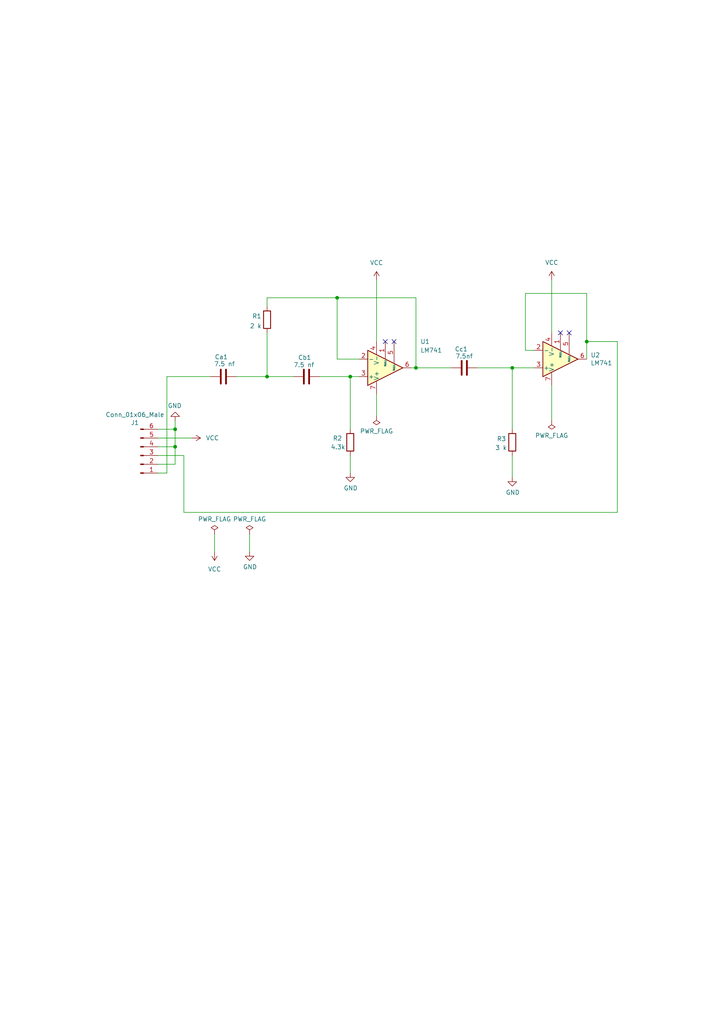
<source format=kicad_sch>
(kicad_sch (version 20230121) (generator eeschema)

  (uuid bba4d1de-f8ea-4939-be14-6a12bb9ea8b6)

  (paper "A4" portrait)

  (title_block
    (title "Активный фильтр Бесселя 3-го порядка НЧ ")
    (date "2022-11-25")
    (company "Каф.КиПРА,гр.21ПК2")
    (comment 1 "ПГУ1.XXX XXX.006 Э3")
    (comment 2 "Дьяков Д.А")
    (comment 3 "Кочегаров И.И.")
  )

  (lib_symbols
    (symbol "Amplifier_Operational:LM741" (pin_names (offset 0.127)) (in_bom yes) (on_board yes)
      (property "Reference" "U" (at 0 6.35 0)
        (effects (font (size 1.27 1.27)) (justify left))
      )
      (property "Value" "LM741" (at 0 3.81 0)
        (effects (font (size 1.27 1.27)) (justify left))
      )
      (property "Footprint" "" (at 1.27 1.27 0)
        (effects (font (size 1.27 1.27)) hide)
      )
      (property "Datasheet" "http://www.ti.com/lit/ds/symlink/lm741.pdf" (at 3.81 3.81 0)
        (effects (font (size 1.27 1.27)) hide)
      )
      (property "ki_keywords" "single opamp" (at 0 0 0)
        (effects (font (size 1.27 1.27)) hide)
      )
      (property "ki_description" "Operational Amplifier, DIP-8/TO-99-8" (at 0 0 0)
        (effects (font (size 1.27 1.27)) hide)
      )
      (property "ki_fp_filters" "SOIC*3.9x4.9mm*P1.27mm* DIP*W7.62mm* TSSOP*3x3mm*P0.65mm*" (at 0 0 0)
        (effects (font (size 1.27 1.27)) hide)
      )
      (symbol "LM741_0_1"
        (polyline
          (pts
            (xy -5.08 5.08)
            (xy 5.08 0)
            (xy -5.08 -5.08)
            (xy -5.08 5.08)
          )
          (stroke (width 0.254) (type default))
          (fill (type background))
        )
      )
      (symbol "LM741_1_1"
        (pin input line (at 0 -7.62 90) (length 5.08)
          (name "NULL" (effects (font (size 0.508 0.508))))
          (number "1" (effects (font (size 1.27 1.27))))
        )
        (pin input line (at -7.62 -2.54 0) (length 2.54)
          (name "-" (effects (font (size 1.27 1.27))))
          (number "2" (effects (font (size 1.27 1.27))))
        )
        (pin input line (at -7.62 2.54 0) (length 2.54)
          (name "+" (effects (font (size 1.27 1.27))))
          (number "3" (effects (font (size 1.27 1.27))))
        )
        (pin power_in line (at -2.54 -7.62 90) (length 3.81)
          (name "V-" (effects (font (size 1.27 1.27))))
          (number "4" (effects (font (size 1.27 1.27))))
        )
        (pin input line (at 2.54 -7.62 90) (length 6.35)
          (name "NULL" (effects (font (size 0.508 0.508))))
          (number "5" (effects (font (size 1.27 1.27))))
        )
        (pin output line (at 7.62 0 180) (length 2.54)
          (name "~" (effects (font (size 1.27 1.27))))
          (number "6" (effects (font (size 1.27 1.27))))
        )
        (pin power_in line (at -2.54 7.62 270) (length 3.81)
          (name "V+" (effects (font (size 1.27 1.27))))
          (number "7" (effects (font (size 1.27 1.27))))
        )
        (pin no_connect line (at 0 2.54 270) (length 2.54) hide
          (name "NC" (effects (font (size 1.27 1.27))))
          (number "8" (effects (font (size 1.27 1.27))))
        )
      )
    )
    (symbol "Device:C" (pin_numbers hide) (pin_names (offset 0.254)) (in_bom yes) (on_board yes)
      (property "Reference" "C" (at 0.635 2.54 0)
        (effects (font (size 1.27 1.27)) (justify left))
      )
      (property "Value" "C" (at 0.635 -2.54 0)
        (effects (font (size 1.27 1.27)) (justify left))
      )
      (property "Footprint" "" (at 0.9652 -3.81 0)
        (effects (font (size 1.27 1.27)) hide)
      )
      (property "Datasheet" "~" (at 0 0 0)
        (effects (font (size 1.27 1.27)) hide)
      )
      (property "ki_keywords" "cap capacitor" (at 0 0 0)
        (effects (font (size 1.27 1.27)) hide)
      )
      (property "ki_description" "Unpolarized capacitor" (at 0 0 0)
        (effects (font (size 1.27 1.27)) hide)
      )
      (property "ki_fp_filters" "C_*" (at 0 0 0)
        (effects (font (size 1.27 1.27)) hide)
      )
      (symbol "C_0_1"
        (polyline
          (pts
            (xy -2.032 -0.762)
            (xy 2.032 -0.762)
          )
          (stroke (width 0.508) (type default))
          (fill (type none))
        )
        (polyline
          (pts
            (xy -2.032 0.762)
            (xy 2.032 0.762)
          )
          (stroke (width 0.508) (type default))
          (fill (type none))
        )
      )
      (symbol "C_1_1"
        (pin passive line (at 0 3.81 270) (length 2.794)
          (name "~" (effects (font (size 1.27 1.27))))
          (number "1" (effects (font (size 1.27 1.27))))
        )
        (pin passive line (at 0 -3.81 90) (length 2.794)
          (name "~" (effects (font (size 1.27 1.27))))
          (number "2" (effects (font (size 1.27 1.27))))
        )
      )
    )
    (symbol "Device:R" (pin_numbers hide) (pin_names (offset 0)) (in_bom yes) (on_board yes)
      (property "Reference" "R" (at 2.032 0 90)
        (effects (font (size 1.27 1.27)))
      )
      (property "Value" "R" (at 0 0 90)
        (effects (font (size 1.27 1.27)))
      )
      (property "Footprint" "" (at -1.778 0 90)
        (effects (font (size 1.27 1.27)) hide)
      )
      (property "Datasheet" "~" (at 0 0 0)
        (effects (font (size 1.27 1.27)) hide)
      )
      (property "ki_keywords" "R res resistor" (at 0 0 0)
        (effects (font (size 1.27 1.27)) hide)
      )
      (property "ki_description" "Resistor" (at 0 0 0)
        (effects (font (size 1.27 1.27)) hide)
      )
      (property "ki_fp_filters" "R_*" (at 0 0 0)
        (effects (font (size 1.27 1.27)) hide)
      )
      (symbol "R_0_1"
        (rectangle (start -1.016 -2.54) (end 1.016 2.54)
          (stroke (width 0.254) (type default))
          (fill (type none))
        )
      )
      (symbol "R_1_1"
        (pin passive line (at 0 3.81 270) (length 1.27)
          (name "~" (effects (font (size 1.27 1.27))))
          (number "1" (effects (font (size 1.27 1.27))))
        )
        (pin passive line (at 0 -3.81 90) (length 1.27)
          (name "~" (effects (font (size 1.27 1.27))))
          (number "2" (effects (font (size 1.27 1.27))))
        )
      )
    )
    (symbol "power:GND" (power) (pin_names (offset 0)) (in_bom yes) (on_board yes)
      (property "Reference" "#PWR" (at 0 -6.35 0)
        (effects (font (size 1.27 1.27)) hide)
      )
      (property "Value" "GND" (at 0 -3.81 0)
        (effects (font (size 1.27 1.27)))
      )
      (property "Footprint" "" (at 0 0 0)
        (effects (font (size 1.27 1.27)) hide)
      )
      (property "Datasheet" "" (at 0 0 0)
        (effects (font (size 1.27 1.27)) hide)
      )
      (property "ki_keywords" "global power" (at 0 0 0)
        (effects (font (size 1.27 1.27)) hide)
      )
      (property "ki_description" "Power symbol creates a global label with name \"GND\" , ground" (at 0 0 0)
        (effects (font (size 1.27 1.27)) hide)
      )
      (symbol "GND_0_1"
        (polyline
          (pts
            (xy 0 0)
            (xy 0 -1.27)
            (xy 1.27 -1.27)
            (xy 0 -2.54)
            (xy -1.27 -1.27)
            (xy 0 -1.27)
          )
          (stroke (width 0) (type default))
          (fill (type none))
        )
      )
      (symbol "GND_1_1"
        (pin power_in line (at 0 0 270) (length 0) hide
          (name "GND" (effects (font (size 1.27 1.27))))
          (number "1" (effects (font (size 1.27 1.27))))
        )
      )
    )
    (symbol "power:PWR_FLAG" (power) (pin_numbers hide) (pin_names (offset 0) hide) (in_bom yes) (on_board yes)
      (property "Reference" "#FLG" (at 0 1.905 0)
        (effects (font (size 1.27 1.27)) hide)
      )
      (property "Value" "PWR_FLAG" (at 0 3.81 0)
        (effects (font (size 1.27 1.27)))
      )
      (property "Footprint" "" (at 0 0 0)
        (effects (font (size 1.27 1.27)) hide)
      )
      (property "Datasheet" "~" (at 0 0 0)
        (effects (font (size 1.27 1.27)) hide)
      )
      (property "ki_keywords" "flag power" (at 0 0 0)
        (effects (font (size 1.27 1.27)) hide)
      )
      (property "ki_description" "Special symbol for telling ERC where power comes from" (at 0 0 0)
        (effects (font (size 1.27 1.27)) hide)
      )
      (symbol "PWR_FLAG_0_0"
        (pin power_out line (at 0 0 90) (length 0)
          (name "pwr" (effects (font (size 1.27 1.27))))
          (number "1" (effects (font (size 1.27 1.27))))
        )
      )
      (symbol "PWR_FLAG_0_1"
        (polyline
          (pts
            (xy 0 0)
            (xy 0 1.27)
            (xy -1.016 1.905)
            (xy 0 2.54)
            (xy 1.016 1.905)
            (xy 0 1.27)
          )
          (stroke (width 0) (type default))
          (fill (type none))
        )
      )
    )
    (symbol "power:VCC" (power) (pin_names (offset 0)) (in_bom yes) (on_board yes)
      (property "Reference" "#PWR" (at 0 -3.81 0)
        (effects (font (size 1.27 1.27)) hide)
      )
      (property "Value" "VCC" (at 0 3.81 0)
        (effects (font (size 1.27 1.27)))
      )
      (property "Footprint" "" (at 0 0 0)
        (effects (font (size 1.27 1.27)) hide)
      )
      (property "Datasheet" "" (at 0 0 0)
        (effects (font (size 1.27 1.27)) hide)
      )
      (property "ki_keywords" "global power" (at 0 0 0)
        (effects (font (size 1.27 1.27)) hide)
      )
      (property "ki_description" "Power symbol creates a global label with name \"VCC\"" (at 0 0 0)
        (effects (font (size 1.27 1.27)) hide)
      )
      (symbol "VCC_0_1"
        (polyline
          (pts
            (xy -0.762 1.27)
            (xy 0 2.54)
          )
          (stroke (width 0) (type default))
          (fill (type none))
        )
        (polyline
          (pts
            (xy 0 0)
            (xy 0 2.54)
          )
          (stroke (width 0) (type default))
          (fill (type none))
        )
        (polyline
          (pts
            (xy 0 2.54)
            (xy 0.762 1.27)
          )
          (stroke (width 0) (type default))
          (fill (type none))
        )
      )
      (symbol "VCC_1_1"
        (pin power_in line (at 0 0 90) (length 0) hide
          (name "VCC" (effects (font (size 1.27 1.27))))
          (number "1" (effects (font (size 1.27 1.27))))
        )
      )
    )
    (symbol "Активный фильтр Бесселя 3-го порядка НЧ-rescue:Conn_01x06_Male-Connector" (pin_names (offset 1.016) hide) (in_bom yes) (on_board yes)
      (property "Reference" "J" (at 0 7.62 0)
        (effects (font (size 1.27 1.27)))
      )
      (property "Value" "Connector_Conn_01x06_Male" (at 0 -10.16 0)
        (effects (font (size 1.27 1.27)))
      )
      (property "Footprint" "" (at 0 0 0)
        (effects (font (size 1.27 1.27)) hide)
      )
      (property "Datasheet" "" (at 0 0 0)
        (effects (font (size 1.27 1.27)) hide)
      )
      (property "ki_fp_filters" "Connector*:*_1x??_*" (at 0 0 0)
        (effects (font (size 1.27 1.27)) hide)
      )
      (symbol "Conn_01x06_Male-Connector_1_1"
        (polyline
          (pts
            (xy 1.27 -7.62)
            (xy 0.8636 -7.62)
          )
          (stroke (width 0.1524) (type solid))
          (fill (type none))
        )
        (polyline
          (pts
            (xy 1.27 -5.08)
            (xy 0.8636 -5.08)
          )
          (stroke (width 0.1524) (type solid))
          (fill (type none))
        )
        (polyline
          (pts
            (xy 1.27 -2.54)
            (xy 0.8636 -2.54)
          )
          (stroke (width 0.1524) (type solid))
          (fill (type none))
        )
        (polyline
          (pts
            (xy 1.27 0)
            (xy 0.8636 0)
          )
          (stroke (width 0.1524) (type solid))
          (fill (type none))
        )
        (polyline
          (pts
            (xy 1.27 2.54)
            (xy 0.8636 2.54)
          )
          (stroke (width 0.1524) (type solid))
          (fill (type none))
        )
        (polyline
          (pts
            (xy 1.27 5.08)
            (xy 0.8636 5.08)
          )
          (stroke (width 0.1524) (type solid))
          (fill (type none))
        )
        (rectangle (start 0.8636 -7.493) (end 0 -7.747)
          (stroke (width 0.1524) (type solid))
          (fill (type outline))
        )
        (rectangle (start 0.8636 -4.953) (end 0 -5.207)
          (stroke (width 0.1524) (type solid))
          (fill (type outline))
        )
        (rectangle (start 0.8636 -2.413) (end 0 -2.667)
          (stroke (width 0.1524) (type solid))
          (fill (type outline))
        )
        (rectangle (start 0.8636 0.127) (end 0 -0.127)
          (stroke (width 0.1524) (type solid))
          (fill (type outline))
        )
        (rectangle (start 0.8636 2.667) (end 0 2.413)
          (stroke (width 0.1524) (type solid))
          (fill (type outline))
        )
        (rectangle (start 0.8636 5.207) (end 0 4.953)
          (stroke (width 0.1524) (type solid))
          (fill (type outline))
        )
        (pin passive line (at 5.08 5.08 180) (length 3.81)
          (name "Pin_1" (effects (font (size 1.27 1.27))))
          (number "1" (effects (font (size 1.27 1.27))))
        )
        (pin passive line (at 5.08 2.54 180) (length 3.81)
          (name "Pin_2" (effects (font (size 1.27 1.27))))
          (number "2" (effects (font (size 1.27 1.27))))
        )
        (pin passive line (at 5.08 0 180) (length 3.81)
          (name "Pin_3" (effects (font (size 1.27 1.27))))
          (number "3" (effects (font (size 1.27 1.27))))
        )
        (pin passive line (at 5.08 -2.54 180) (length 3.81)
          (name "Pin_4" (effects (font (size 1.27 1.27))))
          (number "4" (effects (font (size 1.27 1.27))))
        )
        (pin passive line (at 5.08 -5.08 180) (length 3.81)
          (name "Pin_5" (effects (font (size 1.27 1.27))))
          (number "5" (effects (font (size 1.27 1.27))))
        )
        (pin passive line (at 5.08 -7.62 180) (length 3.81)
          (name "Pin_6" (effects (font (size 1.27 1.27))))
          (number "6" (effects (font (size 1.27 1.27))))
        )
      )
    )
  )

  (junction (at 50.8 124.4854) (diameter 0) (color 0 0 0 0)
    (uuid 1817981a-ee4e-494d-88ad-0662200641da)
  )
  (junction (at 101.6 109.22) (diameter 0) (color 0 0 0 0)
    (uuid 39e2030b-bc69-4047-be76-55ff8f087f34)
  )
  (junction (at 50.8 129.5654) (diameter 0) (color 0 0 0 0)
    (uuid 4338910c-8d8c-44f0-a7e5-5130a31e167a)
  )
  (junction (at 148.59 106.68) (diameter 0) (color 0 0 0 0)
    (uuid 7bdd90e0-6e70-43ca-877b-ea6959f0846c)
  )
  (junction (at 170.18 99.06) (diameter 0) (color 0 0 0 0)
    (uuid 86ef031d-1609-4bc2-a57f-5ba9757179ac)
  )
  (junction (at 97.79 86.36) (diameter 0) (color 0 0 0 0)
    (uuid a4cc52a0-199c-4357-8b6a-b0c9aa139731)
  )
  (junction (at 120.65 106.68) (diameter 0) (color 0 0 0 0)
    (uuid b8bcbe85-6c07-47b0-a315-27d868262ed2)
  )
  (junction (at 77.47 109.22) (diameter 0) (color 0 0 0 0)
    (uuid deffbd5f-9d7e-47b9-af8d-eed5e29e83fa)
  )

  (no_connect (at 111.76 99.06) (uuid 3493f121-d9c9-4157-8a82-9a2098760455))
  (no_connect (at 165.1 96.52) (uuid 6668dba2-d2e6-4d17-b5ce-d27b565a5da1))
  (no_connect (at 114.3 99.06) (uuid 9ef57c93-3edf-49dc-aef3-753104c253e6))
  (no_connect (at 162.56 96.52) (uuid b3fa5aba-f6dd-4ffa-a3a1-9d7db684012e))

  (wire (pts (xy 152.4 101.6) (xy 152.4 85.09))
    (stroke (width 0) (type default))
    (uuid 02350099-c9f8-4b4b-a44d-74df23f31b31)
  )
  (wire (pts (xy 68.6054 109.22) (xy 77.47 109.22))
    (stroke (width 0) (type default))
    (uuid 0f3fab24-60a6-4d07-a905-fa4503284e23)
  )
  (wire (pts (xy 160.02 81.2292) (xy 160.02 96.52))
    (stroke (width 0) (type default))
    (uuid 149b9428-b988-420d-b5ca-13a8521a8a01)
  )
  (wire (pts (xy 45.847 134.6454) (xy 50.8 134.6454))
    (stroke (width 0) (type default))
    (uuid 18bf92eb-fc84-45e1-900c-5ab0b9343185)
  )
  (wire (pts (xy 50.8 122.047) (xy 50.8 124.4854))
    (stroke (width 0) (type default))
    (uuid 1dc2c65f-a945-4834-8a0d-7abf488c158c)
  )
  (wire (pts (xy 45.847 124.4854) (xy 50.8 124.4854))
    (stroke (width 0) (type default))
    (uuid 22a7f72a-b844-4c35-8e23-84ff5f93e09a)
  )
  (wire (pts (xy 62.23 154.94) (xy 62.23 160.02))
    (stroke (width 0) (type default))
    (uuid 29fa49f7-d96a-4a86-9bb3-bb1e32b9f5bc)
  )
  (wire (pts (xy 92.71 109.22) (xy 101.6 109.22))
    (stroke (width 0) (type default))
    (uuid 2a02e095-f980-40e8-9ff5-9ac958c8138d)
  )
  (wire (pts (xy 72.39 154.94) (xy 72.39 160.02))
    (stroke (width 0) (type default))
    (uuid 2af6f9ad-e270-4faf-98f8-31665d6830f0)
  )
  (wire (pts (xy 104.14 104.14) (xy 97.79 104.14))
    (stroke (width 0) (type default))
    (uuid 2c0ff9e3-d480-4c40-83c6-f936441589ac)
  )
  (wire (pts (xy 152.4 85.09) (xy 170.18 85.09))
    (stroke (width 0) (type default))
    (uuid 2dff718a-2540-4d3c-954b-3272be554963)
  )
  (wire (pts (xy 97.79 86.36) (xy 120.65 86.36))
    (stroke (width 0) (type default))
    (uuid 2fceb6b1-cca9-4a28-9043-68dbd7bfe8c1)
  )
  (wire (pts (xy 53.34 148.59) (xy 53.34 132.1054))
    (stroke (width 0) (type default))
    (uuid 366be7b0-2897-4bda-bc50-c99c3e7897b0)
  )
  (wire (pts (xy 50.8 129.5654) (xy 50.8 134.6454))
    (stroke (width 0) (type default))
    (uuid 36aae101-2ca1-4194-83b6-a11c62d90db6)
  )
  (wire (pts (xy 53.34 148.59) (xy 179.07 148.59))
    (stroke (width 0) (type default))
    (uuid 3a1015a3-5278-4ea7-a0ea-f60f8f5be4ed)
  )
  (wire (pts (xy 120.65 86.36) (xy 120.65 106.68))
    (stroke (width 0) (type default))
    (uuid 42c470ca-6b35-4708-bde4-2836b4782f82)
  )
  (wire (pts (xy 179.07 99.06) (xy 179.07 148.59))
    (stroke (width 0) (type default))
    (uuid 4d5967d3-0ca3-435a-a535-887c9479c3e5)
  )
  (wire (pts (xy 45.847 127.0254) (xy 55.626 127.0254))
    (stroke (width 0) (type default))
    (uuid 4e2670d7-6527-4436-b55a-87b555580d65)
  )
  (wire (pts (xy 53.34 132.1054) (xy 45.847 132.1054))
    (stroke (width 0) (type default))
    (uuid 60b56c0b-0266-4664-b931-3497088100d8)
  )
  (wire (pts (xy 48.4124 109.22) (xy 48.4124 137.1854))
    (stroke (width 0) (type default))
    (uuid 6cf6fa4e-1781-4c17-aa3d-5b8415f449f6)
  )
  (wire (pts (xy 148.59 132.08) (xy 148.59 138.43))
    (stroke (width 0) (type default))
    (uuid 6d5e488f-e1bb-4218-9333-24428e3a4ab8)
  )
  (wire (pts (xy 109.22 114.3) (xy 109.22 120.65))
    (stroke (width 0) (type default))
    (uuid 6d890641-33cb-4bd2-b160-db4a0e42928f)
  )
  (wire (pts (xy 160.02 111.76) (xy 160.02 121.92))
    (stroke (width 0) (type default))
    (uuid 748600a9-e20c-47d6-98c4-ca4e58648f2d)
  )
  (wire (pts (xy 45.847 129.5654) (xy 50.8 129.5654))
    (stroke (width 0) (type default))
    (uuid 79cac040-bcea-4efd-b73e-6332ad89b931)
  )
  (wire (pts (xy 77.47 88.9) (xy 77.47 86.36))
    (stroke (width 0) (type default))
    (uuid 7bac8d13-4a9c-4e77-b2f3-d175e9c08164)
  )
  (wire (pts (xy 148.59 106.68) (xy 148.59 124.46))
    (stroke (width 0) (type default))
    (uuid 7bf14767-9714-4323-a929-6408253eb4de)
  )
  (wire (pts (xy 170.18 85.09) (xy 170.18 99.06))
    (stroke (width 0) (type default))
    (uuid 80b5d9b8-feb8-4aad-9463-25f704a40e38)
  )
  (wire (pts (xy 101.6 109.22) (xy 101.6 124.46))
    (stroke (width 0) (type default))
    (uuid 877b9cd5-0b0c-41bf-86a6-5c1e63d8c44a)
  )
  (wire (pts (xy 170.18 99.06) (xy 179.07 99.06))
    (stroke (width 0) (type default))
    (uuid 940f987f-71ef-4c87-8653-e5c039cc73ca)
  )
  (wire (pts (xy 101.6 132.08) (xy 101.6 137.16))
    (stroke (width 0) (type default))
    (uuid 96375c7f-3905-45fe-875e-032b8dd20e48)
  )
  (wire (pts (xy 148.59 106.68) (xy 154.94 106.68))
    (stroke (width 0) (type default))
    (uuid 98c2fd72-73fc-4efd-9877-b418205c1c04)
  )
  (wire (pts (xy 77.47 86.36) (xy 97.79 86.36))
    (stroke (width 0) (type default))
    (uuid 9bfa4efa-d05d-42ff-878a-c822fd29d497)
  )
  (wire (pts (xy 97.79 104.14) (xy 97.79 86.36))
    (stroke (width 0) (type default))
    (uuid a5ae6f66-9863-4e27-a3a9-5958bf242587)
  )
  (wire (pts (xy 45.847 137.1854) (xy 48.4124 137.1854))
    (stroke (width 0) (type default))
    (uuid ab4306e8-b102-48ad-915b-950936fa02d4)
  )
  (wire (pts (xy 170.18 99.06) (xy 170.18 104.14))
    (stroke (width 0) (type default))
    (uuid b8d65ad5-e7d9-4713-aced-de16dd8ddaec)
  )
  (wire (pts (xy 50.8 124.4854) (xy 50.8 129.5654))
    (stroke (width 0) (type default))
    (uuid d232d8c2-ddec-4c85-b44e-8627993b3d25)
  )
  (wire (pts (xy 77.47 109.22) (xy 85.09 109.22))
    (stroke (width 0) (type default))
    (uuid dacb8bfa-b865-40e3-89fd-92102071a477)
  )
  (wire (pts (xy 60.9854 109.22) (xy 48.4124 109.22))
    (stroke (width 0) (type default))
    (uuid df8e55a1-a0b7-4cab-bd05-c70c636c7e0c)
  )
  (wire (pts (xy 152.4 101.6) (xy 154.94 101.6))
    (stroke (width 0) (type default))
    (uuid ea901e0b-ab29-4725-a1c0-d253d260c072)
  )
  (wire (pts (xy 138.4808 106.68) (xy 148.59 106.68))
    (stroke (width 0) (type default))
    (uuid f029aecd-37ba-4de8-85b6-8e31ba5c7e88)
  )
  (wire (pts (xy 120.65 106.68) (xy 130.8608 106.68))
    (stroke (width 0) (type default))
    (uuid f1248fe2-3cce-4fc2-9bf4-908f83cfad5d)
  )
  (wire (pts (xy 101.6 109.22) (xy 104.14 109.22))
    (stroke (width 0) (type default))
    (uuid f32fab0d-202d-4904-a339-aa9ad734faae)
  )
  (wire (pts (xy 77.47 96.52) (xy 77.47 109.22))
    (stroke (width 0) (type default))
    (uuid f36470ad-4722-44a1-b4c3-a9f632560e41)
  )
  (wire (pts (xy 120.65 106.68) (xy 119.38 106.68))
    (stroke (width 0) (type default))
    (uuid f5f82e41-88f7-422b-a53d-ced08615f623)
  )
  (wire (pts (xy 109.22 81.28) (xy 109.22 99.06))
    (stroke (width 0) (type default))
    (uuid f8668991-4295-497f-8290-303aa60d9f7d)
  )

  (symbol (lib_id "Amplifier_Operational:LM741") (at 111.76 106.68 0) (mirror x) (unit 1)
    (in_bom yes) (on_board yes) (dnp no)
    (uuid 00000000-0000-0000-0000-000063821430)
    (property "Reference" "U1" (at 121.92 99.06 0)
      (effects (font (size 1.27 1.27)) (justify left))
    )
    (property "Value" "LM741" (at 128.27 101.6 0)
      (effects (font (size 1.27 1.27)) (justify right))
    )
    (property "Footprint" "Package_DIP:DIP-8_W7.62mm_LongPads" (at 113.03 107.95 0)
      (effects (font (size 1.27 1.27)) hide)
    )
    (property "Datasheet" "http://www.ti.com/lit/ds/symlink/lm741.pdf" (at 115.57 110.49 0)
      (effects (font (size 1.27 1.27)) hide)
    )
    (pin "1" (uuid 05330238-ed6a-4a58-9125-e143b1906934))
    (pin "2" (uuid 9e927f4a-1484-40e0-9d29-6404e7d796ae))
    (pin "3" (uuid b3e51406-0760-4ff2-8448-08206a177941))
    (pin "5" (uuid c03a3ea9-7269-44cb-9853-87dc682511ce))
    (pin "7" (uuid e0231672-1870-41d2-a79a-508bb12ffb4b))
    (pin "4" (uuid f530e9fa-03f1-47fb-8025-4286b0e1eadf))
    (pin "6" (uuid 5d0ea5d9-8ff0-4e75-aec1-65cfb4a04206))
    (pin "8" (uuid 891bafa5-1aae-44a8-9577-af774673a6d0))
    (instances
      (project "_autosave-Активный фильтр Бесселя 3-го порядка НЧ"
        (path "/bba4d1de-f8ea-4939-be14-6a12bb9ea8b6"
          (reference "U1") (unit 1)
        )
      )
    )
  )

  (symbol (lib_id "Amplifier_Operational:LM741") (at 162.56 104.14 0) (mirror x) (unit 1)
    (in_bom yes) (on_board yes) (dnp no)
    (uuid 00000000-0000-0000-0000-0000638249cd)
    (property "Reference" "U2" (at 171.2976 102.9716 0)
      (effects (font (size 1.27 1.27)) (justify left))
    )
    (property "Value" "LM741" (at 171.2976 105.283 0)
      (effects (font (size 1.27 1.27)) (justify left))
    )
    (property "Footprint" "Package_DIP:DIP-8_W7.62mm_LongPads" (at 163.83 105.41 0)
      (effects (font (size 1.27 1.27)) hide)
    )
    (property "Datasheet" "http://www.ti.com/lit/ds/symlink/lm741.pdf" (at 166.37 107.95 0)
      (effects (font (size 1.27 1.27)) hide)
    )
    (pin "7" (uuid 487427f4-3155-47cf-85d5-695919279106))
    (pin "2" (uuid c825af10-cfcc-44df-8624-2491b496729c))
    (pin "4" (uuid f5eb9484-dcac-42f7-98a0-0c89a51f07b4))
    (pin "6" (uuid 6524da78-32f3-4fff-bacc-74bdba709bcb))
    (pin "1" (uuid 114e79a0-b57d-44da-ae1d-b317e7bc0f62))
    (pin "3" (uuid 06cd19c8-2163-4649-828c-d4edd2535c88))
    (pin "8" (uuid dcf1a17c-ec01-4fe2-b807-7ff8c4071bca))
    (pin "5" (uuid f4dd0bbc-9452-4adc-8d7e-2619a4248f78))
    (instances
      (project "_autosave-Активный фильтр Бесселя 3-го порядка НЧ"
        (path "/bba4d1de-f8ea-4939-be14-6a12bb9ea8b6"
          (reference "U2") (unit 1)
        )
      )
    )
  )

  (symbol (lib_id "power:GND") (at 101.6 137.16 0) (unit 1)
    (in_bom yes) (on_board yes) (dnp no)
    (uuid 00000000-0000-0000-0000-00006382b47c)
    (property "Reference" "#PWR0101" (at 101.6 143.51 0)
      (effects (font (size 1.27 1.27)) hide)
    )
    (property "Value" "GND" (at 101.727 141.5542 0)
      (effects (font (size 1.27 1.27)))
    )
    (property "Footprint" "" (at 101.6 137.16 0)
      (effects (font (size 1.27 1.27)) hide)
    )
    (property "Datasheet" "" (at 101.6 137.16 0)
      (effects (font (size 1.27 1.27)) hide)
    )
    (pin "1" (uuid 4a422d21-da5e-4633-ae6c-8ed50cf5806c))
    (instances
      (project "_autosave-Активный фильтр Бесселя 3-го порядка НЧ"
        (path "/bba4d1de-f8ea-4939-be14-6a12bb9ea8b6"
          (reference "#PWR0101") (unit 1)
        )
      )
    )
  )

  (symbol (lib_id "power:GND") (at 148.59 138.43 0) (unit 1)
    (in_bom yes) (on_board yes) (dnp no)
    (uuid 00000000-0000-0000-0000-00006382bfd2)
    (property "Reference" "#PWR0102" (at 148.59 144.78 0)
      (effects (font (size 1.27 1.27)) hide)
    )
    (property "Value" "GND" (at 148.717 142.8242 0)
      (effects (font (size 1.27 1.27)))
    )
    (property "Footprint" "" (at 148.59 138.43 0)
      (effects (font (size 1.27 1.27)) hide)
    )
    (property "Datasheet" "" (at 148.59 138.43 0)
      (effects (font (size 1.27 1.27)) hide)
    )
    (pin "1" (uuid e47f3c3d-f6da-4faf-8c92-bc1371f3c16a))
    (instances
      (project "_autosave-Активный фильтр Бесселя 3-го порядка НЧ"
        (path "/bba4d1de-f8ea-4939-be14-6a12bb9ea8b6"
          (reference "#PWR0102") (unit 1)
        )
      )
    )
  )

  (symbol (lib_id "Активный фильтр Бесселя 3-го порядка НЧ-rescue:Conn_01x06_Male-Connector") (at 40.767 132.1054 0) (mirror x) (unit 1)
    (in_bom yes) (on_board yes) (dnp no)
    (uuid 00000000-0000-0000-0000-000063835530)
    (property "Reference" "J1" (at 39.1414 122.5804 0)
      (effects (font (size 1.27 1.27)))
    )
    (property "Value" "Conn_01x06_Male" (at 39.1414 120.269 0)
      (effects (font (size 1.27 1.27)))
    )
    (property "Footprint" "Connector_PinHeader_2.54mm:PinHeader_1x06_P2.54mm_Vertical" (at 40.767 132.1054 0)
      (effects (font (size 1.27 1.27)) hide)
    )
    (property "Datasheet" "~" (at 40.767 132.1054 0)
      (effects (font (size 1.27 1.27)) hide)
    )
    (pin "3" (uuid 6cf5ea57-0f8a-4773-b627-db6e20bcf779))
    (pin "1" (uuid bb6304b4-7faf-4680-a7e8-5f2691ce50db))
    (pin "2" (uuid c13ad166-1aa7-4662-b343-c7437ab19eae))
    (pin "5" (uuid 376d5dba-c291-4516-a3d7-802f9f9a3ae9))
    (pin "4" (uuid f3e41fbd-8e9b-4d03-be6c-fb0c59874284))
    (pin "6" (uuid 3077cfdf-6846-4b2a-94f0-90ad7a75f5d4))
    (instances
      (project "_autosave-Активный фильтр Бесселя 3-го порядка НЧ"
        (path "/bba4d1de-f8ea-4939-be14-6a12bb9ea8b6"
          (reference "J1") (unit 1)
        )
      )
    )
  )

  (symbol (lib_id "power:PWR_FLAG") (at 62.23 154.94 0) (unit 1)
    (in_bom yes) (on_board yes) (dnp no)
    (uuid 00000000-0000-0000-0000-00006383cafa)
    (property "Reference" "#FLG0101" (at 62.23 153.035 0)
      (effects (font (size 1.27 1.27)) hide)
    )
    (property "Value" "PWR_FLAG" (at 62.23 150.5458 0)
      (effects (font (size 1.27 1.27)))
    )
    (property "Footprint" "" (at 62.23 154.94 0)
      (effects (font (size 1.27 1.27)) hide)
    )
    (property "Datasheet" "~" (at 62.23 154.94 0)
      (effects (font (size 1.27 1.27)) hide)
    )
    (pin "1" (uuid 3ab2614d-e09b-4f0d-8e89-082b92034c01))
    (instances
      (project "_autosave-Активный фильтр Бесселя 3-го порядка НЧ"
        (path "/bba4d1de-f8ea-4939-be14-6a12bb9ea8b6"
          (reference "#FLG0101") (unit 1)
        )
      )
    )
  )

  (symbol (lib_id "power:PWR_FLAG") (at 72.39 154.94 0) (unit 1)
    (in_bom yes) (on_board yes) (dnp no)
    (uuid 00000000-0000-0000-0000-00006383d16f)
    (property "Reference" "#FLG0102" (at 72.39 153.035 0)
      (effects (font (size 1.27 1.27)) hide)
    )
    (property "Value" "PWR_FLAG" (at 72.39 150.5458 0)
      (effects (font (size 1.27 1.27)))
    )
    (property "Footprint" "" (at 72.39 154.94 0)
      (effects (font (size 1.27 1.27)) hide)
    )
    (property "Datasheet" "~" (at 72.39 154.94 0)
      (effects (font (size 1.27 1.27)) hide)
    )
    (pin "1" (uuid 53685a80-a113-4e26-9a07-5e2cee8250c8))
    (instances
      (project "_autosave-Активный фильтр Бесселя 3-го порядка НЧ"
        (path "/bba4d1de-f8ea-4939-be14-6a12bb9ea8b6"
          (reference "#FLG0102") (unit 1)
        )
      )
    )
  )

  (symbol (lib_id "power:GND") (at 72.39 160.02 0) (unit 1)
    (in_bom yes) (on_board yes) (dnp no)
    (uuid 00000000-0000-0000-0000-00006383eef7)
    (property "Reference" "#PWR0108" (at 72.39 166.37 0)
      (effects (font (size 1.27 1.27)) hide)
    )
    (property "Value" "GND" (at 72.517 164.4142 0)
      (effects (font (size 1.27 1.27)))
    )
    (property "Footprint" "" (at 72.39 160.02 0)
      (effects (font (size 1.27 1.27)) hide)
    )
    (property "Datasheet" "" (at 72.39 160.02 0)
      (effects (font (size 1.27 1.27)) hide)
    )
    (pin "1" (uuid 56552bd9-5ac4-433e-973c-34b7d7ab584c))
    (instances
      (project "_autosave-Активный фильтр Бесселя 3-го порядка НЧ"
        (path "/bba4d1de-f8ea-4939-be14-6a12bb9ea8b6"
          (reference "#PWR0108") (unit 1)
        )
      )
    )
  )

  (symbol (lib_id "power:GND") (at 50.8 122.047 180) (unit 1)
    (in_bom yes) (on_board yes) (dnp no)
    (uuid 1a359110-039b-457f-b30d-6fc043711ac4)
    (property "Reference" "#PWR01" (at 50.8 115.697 0)
      (effects (font (size 1.27 1.27)) hide)
    )
    (property "Value" "GND" (at 50.673 117.6528 0)
      (effects (font (size 1.27 1.27)))
    )
    (property "Footprint" "" (at 50.8 122.047 0)
      (effects (font (size 1.27 1.27)) hide)
    )
    (property "Datasheet" "" (at 50.8 122.047 0)
      (effects (font (size 1.27 1.27)) hide)
    )
    (pin "1" (uuid 80321dfb-7bd4-4f41-812b-bc25775d7acf))
    (instances
      (project "_autosave-Активный фильтр Бесселя 3-го порядка НЧ"
        (path "/bba4d1de-f8ea-4939-be14-6a12bb9ea8b6"
          (reference "#PWR01") (unit 1)
        )
      )
    )
  )

  (symbol (lib_id "Device:R") (at 77.47 92.71 0) (unit 1)
    (in_bom yes) (on_board yes) (dnp no)
    (uuid 35dfec6e-2de1-414d-be88-64cdb0331394)
    (property "Reference" "R1" (at 74.4982 91.694 0)
      (effects (font (size 1.27 1.27)))
    )
    (property "Value" "2 k" (at 74.168 94.5388 0)
      (effects (font (size 1.27 1.27)))
    )
    (property "Footprint" "Resistor_THT:R_Axial_DIN0207_L6.3mm_D2.5mm_P7.62mm_Horizontal" (at 75.692 92.71 90)
      (effects (font (size 1.27 1.27)) hide)
    )
    (property "Datasheet" "~" (at 77.47 92.71 0)
      (effects (font (size 1.27 1.27)) hide)
    )
    (pin "1" (uuid 68841731-090a-4557-9193-9ce08fc76261))
    (pin "2" (uuid 343ea1ca-cca7-4532-98f4-dffe22ae3888))
    (instances
      (project "_autosave-Активный фильтр Бесселя 3-го порядка НЧ"
        (path "/bba4d1de-f8ea-4939-be14-6a12bb9ea8b6"
          (reference "R1") (unit 1)
        )
      )
    )
  )

  (symbol (lib_id "Device:C") (at 134.6708 106.68 90) (unit 1)
    (in_bom yes) (on_board yes) (dnp no)
    (uuid 39364fb5-03e8-4403-9f57-1f07cbcc9f9f)
    (property "Reference" "Cc1" (at 135.6868 101.2444 90)
      (effects (font (size 1.27 1.27)) (justify left))
    )
    (property "Value" "7.5nf" (at 137.2108 103.3018 90)
      (effects (font (size 1.27 1.27)) (justify left))
    )
    (property "Footprint" "Capacitor_THT:C_Axial_L5.1mm_D3.1mm_P7.50mm_Horizontal" (at 138.4808 105.7148 0)
      (effects (font (size 1.27 1.27)) hide)
    )
    (property "Datasheet" "~" (at 134.6708 106.68 0)
      (effects (font (size 1.27 1.27)) hide)
    )
    (pin "1" (uuid 2660bb66-6a02-4043-9663-f12036e44d33))
    (pin "2" (uuid e4122ae0-5059-46c5-ad79-c7e1b9970447))
    (instances
      (project "_autosave-Активный фильтр Бесселя 3-го порядка НЧ"
        (path "/bba4d1de-f8ea-4939-be14-6a12bb9ea8b6"
          (reference "Cc1") (unit 1)
        )
      )
    )
  )

  (symbol (lib_id "Device:C") (at 88.9 109.22 90) (unit 1)
    (in_bom yes) (on_board yes) (dnp no)
    (uuid 3fa56b68-f27c-4b2a-befb-eb70f853af81)
    (property "Reference" "Cb1" (at 90.297 103.6828 90)
      (effects (font (size 1.27 1.27)) (justify left))
    )
    (property "Value" "7.5 nf" (at 91.2114 105.8164 90)
      (effects (font (size 1.27 1.27)) (justify left))
    )
    (property "Footprint" "Capacitor_THT:C_Axial_L5.1mm_D3.1mm_P7.50mm_Horizontal" (at 92.71 108.2548 0)
      (effects (font (size 1.27 1.27)) hide)
    )
    (property "Datasheet" "~" (at 88.9 109.22 0)
      (effects (font (size 1.27 1.27)) hide)
    )
    (pin "2" (uuid 509bb545-77cc-4bb5-a015-f4c44e0575d3))
    (pin "1" (uuid 25f7770d-5c98-4ffc-b68c-e8c964a3bea3))
    (instances
      (project "_autosave-Активный фильтр Бесселя 3-го порядка НЧ"
        (path "/bba4d1de-f8ea-4939-be14-6a12bb9ea8b6"
          (reference "Cb1") (unit 1)
        )
      )
    )
  )

  (symbol (lib_id "power:PWR_FLAG") (at 109.22 120.65 180) (unit 1)
    (in_bom yes) (on_board yes) (dnp no)
    (uuid 57194f2d-b38d-468b-9568-dcd848dfd4ce)
    (property "Reference" "#FLG01" (at 109.22 122.555 0)
      (effects (font (size 1.27 1.27)) hide)
    )
    (property "Value" "PWR_FLAG" (at 109.22 125.0442 0)
      (effects (font (size 1.27 1.27)))
    )
    (property "Footprint" "" (at 109.22 120.65 0)
      (effects (font (size 1.27 1.27)) hide)
    )
    (property "Datasheet" "~" (at 109.22 120.65 0)
      (effects (font (size 1.27 1.27)) hide)
    )
    (pin "1" (uuid 5328f3f4-9ee2-49da-b1d0-f340c36de58b))
    (instances
      (project "_autosave-Активный фильтр Бесселя 3-го порядка НЧ"
        (path "/bba4d1de-f8ea-4939-be14-6a12bb9ea8b6"
          (reference "#FLG01") (unit 1)
        )
      )
    )
  )

  (symbol (lib_id "power:PWR_FLAG") (at 160.02 121.92 180) (unit 1)
    (in_bom yes) (on_board yes) (dnp no)
    (uuid 7686d408-002e-46b3-994a-f8b535be1c40)
    (property "Reference" "#FLG02" (at 160.02 123.825 0)
      (effects (font (size 1.27 1.27)) hide)
    )
    (property "Value" "PWR_FLAG" (at 160.02 126.3142 0)
      (effects (font (size 1.27 1.27)))
    )
    (property "Footprint" "" (at 160.02 121.92 0)
      (effects (font (size 1.27 1.27)) hide)
    )
    (property "Datasheet" "~" (at 160.02 121.92 0)
      (effects (font (size 1.27 1.27)) hide)
    )
    (pin "1" (uuid da2ebf83-8ffa-4636-a3e1-769095d75c28))
    (instances
      (project "_autosave-Активный фильтр Бесселя 3-го порядка НЧ"
        (path "/bba4d1de-f8ea-4939-be14-6a12bb9ea8b6"
          (reference "#FLG02") (unit 1)
        )
      )
    )
  )

  (symbol (lib_id "power:VCC") (at 55.626 127.0254 270) (unit 1)
    (in_bom yes) (on_board yes) (dnp no)
    (uuid 8dd24628-409a-48ae-a72a-586188e80956)
    (property "Reference" "#PWR02" (at 51.816 127.0254 0)
      (effects (font (size 1.27 1.27)) hide)
    )
    (property "Value" "VCC" (at 59.69 127.0254 90)
      (effects (font (size 1.27 1.27)) (justify left))
    )
    (property "Footprint" "" (at 55.626 127.0254 0)
      (effects (font (size 1.27 1.27)) hide)
    )
    (property "Datasheet" "" (at 55.626 127.0254 0)
      (effects (font (size 1.27 1.27)) hide)
    )
    (pin "1" (uuid d57539c1-54f2-4ae3-aa42-4c5b4261ec70))
    (instances
      (project "_autosave-Активный фильтр Бесселя 3-го порядка НЧ"
        (path "/bba4d1de-f8ea-4939-be14-6a12bb9ea8b6"
          (reference "#PWR02") (unit 1)
        )
      )
    )
  )

  (symbol (lib_id "power:VCC") (at 109.22 81.28 0) (unit 1)
    (in_bom yes) (on_board yes) (dnp no)
    (uuid 90637c14-1011-4efd-940a-e40f68ab51b2)
    (property "Reference" "#PWR04" (at 109.22 85.09 0)
      (effects (font (size 1.27 1.27)) hide)
    )
    (property "Value" "VCC" (at 109.22 76.2 0)
      (effects (font (size 1.27 1.27)))
    )
    (property "Footprint" "" (at 109.22 81.28 0)
      (effects (font (size 1.27 1.27)) hide)
    )
    (property "Datasheet" "" (at 109.22 81.28 0)
      (effects (font (size 1.27 1.27)) hide)
    )
    (pin "1" (uuid e317a729-c244-4cdf-8d19-48b23eedbdfc))
    (instances
      (project "_autosave-Активный фильтр Бесселя 3-го порядка НЧ"
        (path "/bba4d1de-f8ea-4939-be14-6a12bb9ea8b6"
          (reference "#PWR04") (unit 1)
        )
      )
    )
  )

  (symbol (lib_id "Device:C") (at 64.7954 109.22 90) (unit 1)
    (in_bom yes) (on_board yes) (dnp no)
    (uuid 98168fe5-c8aa-4734-a2b5-2efa557b7975)
    (property "Reference" "Ca1" (at 66.1162 103.5304 90)
      (effects (font (size 1.27 1.27)) (justify left))
    )
    (property "Value" "7.5 nf" (at 68.1736 105.537 90)
      (effects (font (size 1.27 1.27)) (justify left))
    )
    (property "Footprint" "Capacitor_THT:C_Axial_L5.1mm_D3.1mm_P7.50mm_Horizontal" (at 68.6054 108.2548 0)
      (effects (font (size 1.27 1.27)) hide)
    )
    (property "Datasheet" "~" (at 64.7954 109.22 0)
      (effects (font (size 1.27 1.27)) hide)
    )
    (pin "1" (uuid 6d371cbf-c586-462a-9892-a69c327d1843))
    (pin "2" (uuid a5486fbf-ff5d-4b8e-8ceb-d62ff5765d9f))
    (instances
      (project "_autosave-Активный фильтр Бесселя 3-го порядка НЧ"
        (path "/bba4d1de-f8ea-4939-be14-6a12bb9ea8b6"
          (reference "Ca1") (unit 1)
        )
      )
    )
  )

  (symbol (lib_id "power:VCC") (at 160.02 81.2292 0) (unit 1)
    (in_bom yes) (on_board yes) (dnp no)
    (uuid 9cbd9d7a-76e7-4c01-b883-7e04803565b5)
    (property "Reference" "#PWR05" (at 160.02 85.0392 0)
      (effects (font (size 1.27 1.27)) hide)
    )
    (property "Value" "VCC" (at 160.02 76.1492 0)
      (effects (font (size 1.27 1.27)))
    )
    (property "Footprint" "" (at 160.02 81.2292 0)
      (effects (font (size 1.27 1.27)) hide)
    )
    (property "Datasheet" "" (at 160.02 81.2292 0)
      (effects (font (size 1.27 1.27)) hide)
    )
    (pin "1" (uuid 5144b791-ca5f-4c1d-a2fc-057d0d51c432))
    (instances
      (project "_autosave-Активный фильтр Бесселя 3-го порядка НЧ"
        (path "/bba4d1de-f8ea-4939-be14-6a12bb9ea8b6"
          (reference "#PWR05") (unit 1)
        )
      )
    )
  )

  (symbol (lib_id "Device:R") (at 101.6 128.27 0) (unit 1)
    (in_bom yes) (on_board yes) (dnp no)
    (uuid cf46a16a-46ba-4aa8-988f-cdfc6c2c5281)
    (property "Reference" "R2" (at 97.8916 127.1016 0)
      (effects (font (size 1.27 1.27)))
    )
    (property "Value" "4.3k" (at 98.044 129.6416 0)
      (effects (font (size 1.27 1.27)))
    )
    (property "Footprint" "Resistor_THT:R_Axial_DIN0207_L6.3mm_D2.5mm_P7.62mm_Horizontal" (at 99.822 128.27 90)
      (effects (font (size 1.27 1.27)) hide)
    )
    (property "Datasheet" "~" (at 101.6 128.27 0)
      (effects (font (size 1.27 1.27)) hide)
    )
    (pin "2" (uuid b9d91b1d-9809-46d5-8538-aba9fb313b05))
    (pin "1" (uuid 2479bd08-78a2-409e-adf6-50d185c43cb6))
    (instances
      (project "_autosave-Активный фильтр Бесселя 3-го порядка НЧ"
        (path "/bba4d1de-f8ea-4939-be14-6a12bb9ea8b6"
          (reference "R2") (unit 1)
        )
      )
    )
  )

  (symbol (lib_id "Device:R") (at 148.59 128.27 0) (unit 1)
    (in_bom yes) (on_board yes) (dnp no)
    (uuid d2aa1b39-290f-46a1-aaff-e6f68499f2cc)
    (property "Reference" "R3" (at 145.4658 127.2794 0)
      (effects (font (size 1.27 1.27)))
    )
    (property "Value" "3 k" (at 145.3388 129.8448 0)
      (effects (font (size 1.27 1.27)))
    )
    (property "Footprint" "Resistor_THT:R_Axial_DIN0207_L6.3mm_D2.5mm_P7.62mm_Horizontal" (at 146.812 128.27 90)
      (effects (font (size 1.27 1.27)) hide)
    )
    (property "Datasheet" "~" (at 148.59 128.27 0)
      (effects (font (size 1.27 1.27)) hide)
    )
    (pin "2" (uuid c14c2be5-f321-41fa-a6cc-dd6e36167fe2))
    (pin "1" (uuid f2663512-75c6-45f4-9ed5-064e5a2d9be5))
    (instances
      (project "_autosave-Активный фильтр Бесселя 3-го порядка НЧ"
        (path "/bba4d1de-f8ea-4939-be14-6a12bb9ea8b6"
          (reference "R3") (unit 1)
        )
      )
    )
  )

  (symbol (lib_id "power:VCC") (at 62.23 160.02 180) (unit 1)
    (in_bom yes) (on_board yes) (dnp no)
    (uuid ec6f7747-e696-4dd1-ac42-777662c6f3e6)
    (property "Reference" "#PWR03" (at 62.23 156.21 0)
      (effects (font (size 1.27 1.27)) hide)
    )
    (property "Value" "VCC" (at 62.23 165.0746 0)
      (effects (font (size 1.27 1.27)))
    )
    (property "Footprint" "" (at 62.23 160.02 0)
      (effects (font (size 1.27 1.27)) hide)
    )
    (property "Datasheet" "" (at 62.23 160.02 0)
      (effects (font (size 1.27 1.27)) hide)
    )
    (pin "1" (uuid 49973bd7-8eb6-47f2-a29c-d35b42e0cae2))
    (instances
      (project "_autosave-Активный фильтр Бесселя 3-го порядка НЧ"
        (path "/bba4d1de-f8ea-4939-be14-6a12bb9ea8b6"
          (reference "#PWR03") (unit 1)
        )
      )
    )
  )

  (sheet_instances
    (path "/" (page "1"))
  )
)

</source>
